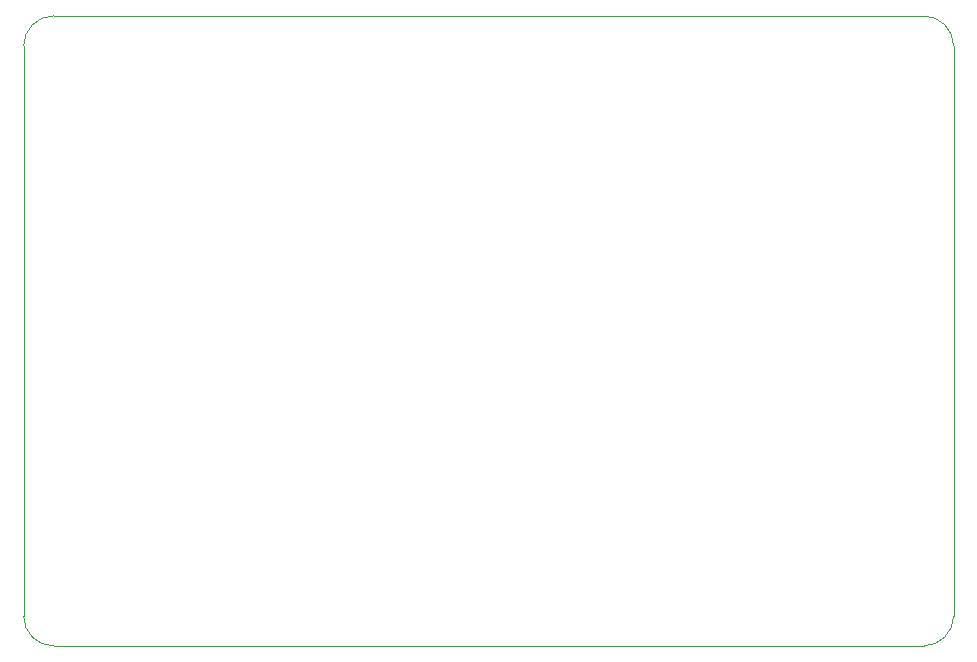
<source format=gbr>
%TF.GenerationSoftware,KiCad,Pcbnew,(5.1.9)-1*%
%TF.CreationDate,2021-02-16T23:53:01+08:00*%
%TF.ProjectId,ChipInspector24,43686970-496e-4737-9065-63746f723234,rev?*%
%TF.SameCoordinates,Original*%
%TF.FileFunction,Profile,NP*%
%FSLAX46Y46*%
G04 Gerber Fmt 4.6, Leading zero omitted, Abs format (unit mm)*
G04 Created by KiCad (PCBNEW (5.1.9)-1) date 2021-02-16 23:53:01*
%MOMM*%
%LPD*%
G01*
G04 APERTURE LIST*
%TA.AperFunction,Profile*%
%ADD10C,0.050000*%
%TD*%
G04 APERTURE END LIST*
D10*
X182880000Y-127000000D02*
X109220000Y-127000000D01*
X185420000Y-76200000D02*
X185420000Y-124460000D01*
X109220000Y-73660000D02*
X182880000Y-73660000D01*
X106680000Y-124460000D02*
X106680000Y-76200000D01*
X109220000Y-127000000D02*
G75*
G02*
X106680000Y-124460000I0J2540000D01*
G01*
X185420000Y-124460000D02*
G75*
G02*
X182880000Y-127000000I-2540000J0D01*
G01*
X182880000Y-73660000D02*
G75*
G02*
X185420000Y-76200000I0J-2540000D01*
G01*
X106680000Y-76200000D02*
G75*
G02*
X109220000Y-73660000I2540000J0D01*
G01*
M02*

</source>
